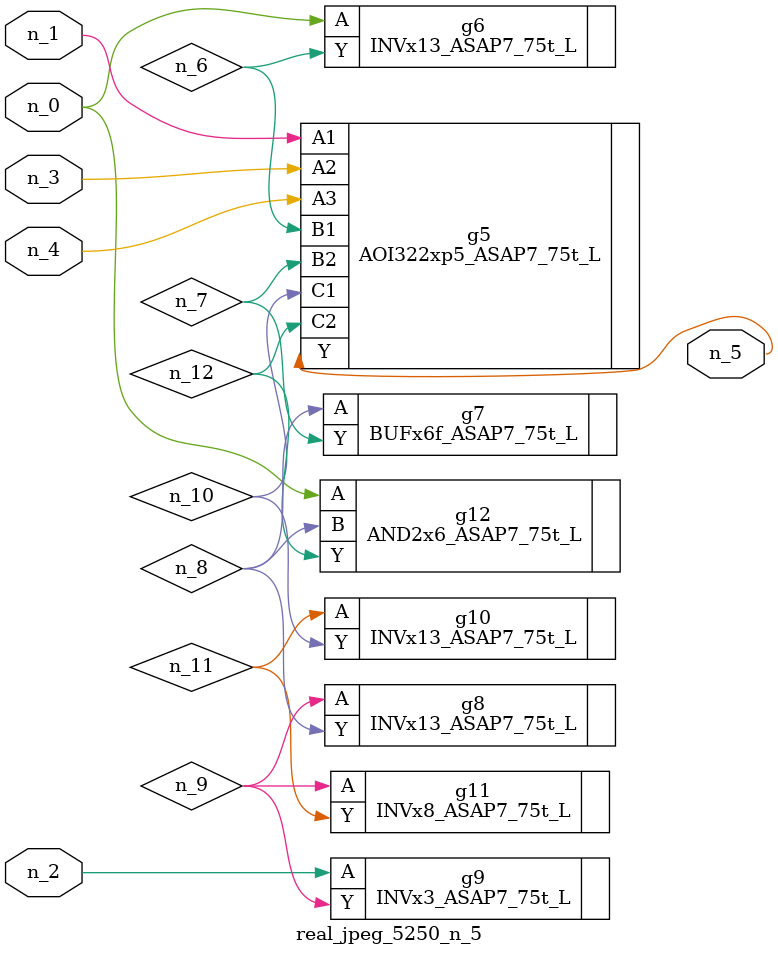
<source format=v>
module real_jpeg_5250_n_5 (n_4, n_0, n_1, n_2, n_3, n_5);

input n_4;
input n_0;
input n_1;
input n_2;
input n_3;

output n_5;

wire n_12;
wire n_8;
wire n_11;
wire n_6;
wire n_7;
wire n_10;
wire n_9;

INVx13_ASAP7_75t_L g6 ( 
.A(n_0),
.Y(n_6)
);

AND2x6_ASAP7_75t_L g12 ( 
.A(n_0),
.B(n_8),
.Y(n_12)
);

AOI322xp5_ASAP7_75t_L g5 ( 
.A1(n_1),
.A2(n_3),
.A3(n_4),
.B1(n_6),
.B2(n_7),
.C1(n_10),
.C2(n_12),
.Y(n_5)
);

INVx3_ASAP7_75t_L g9 ( 
.A(n_2),
.Y(n_9)
);

BUFx6f_ASAP7_75t_L g7 ( 
.A(n_8),
.Y(n_7)
);

INVx13_ASAP7_75t_L g8 ( 
.A(n_9),
.Y(n_8)
);

INVx8_ASAP7_75t_L g11 ( 
.A(n_9),
.Y(n_11)
);

INVx13_ASAP7_75t_L g10 ( 
.A(n_11),
.Y(n_10)
);


endmodule
</source>
